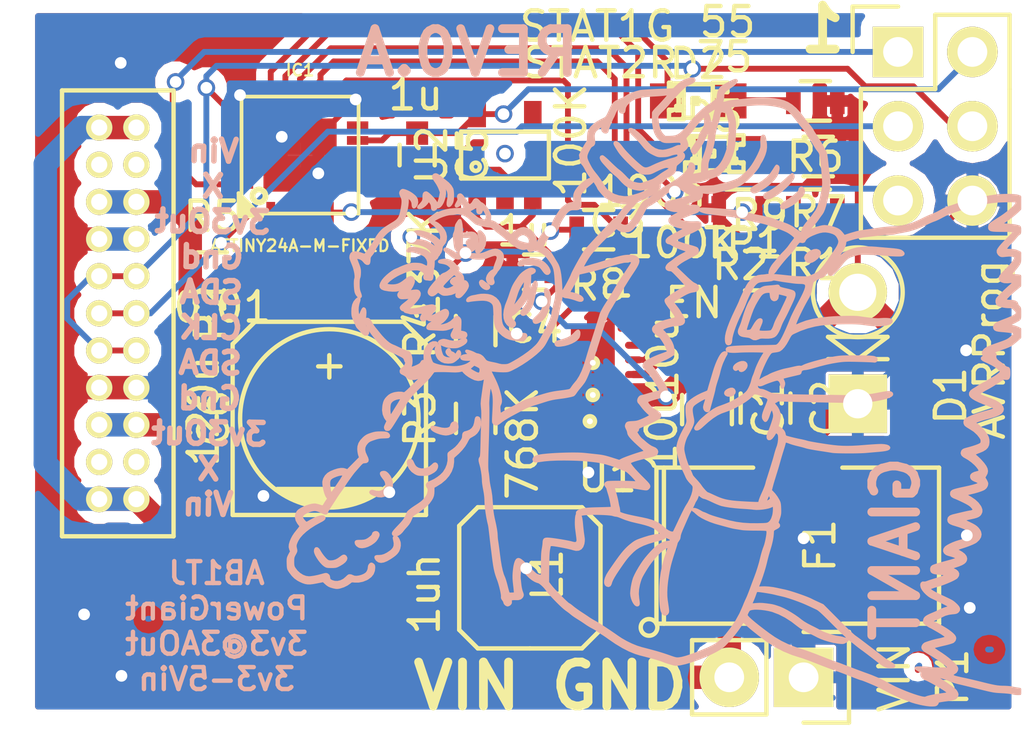
<source format=kicad_pcb>
(kicad_pcb (version 4) (host pcbnew "(after 2015-may-01 BZR unknown)-product")
  (layers (0 F.Cu signal) (31 B.Cu signal) (34 B.Paste user) (35 F.Paste user hide) (36 B.SilkS user) (37 F.SilkS user hide) (38 B.Mask user) (39 F.Mask user) (44 Edge.Cuts user))
  (net 0 "")
  (net 1 /Vin)
  (net 2 GND)
  (net 3 "Net-(C3-Pad1)")
  (net 4 "Net-(C5-Pad1)")
  (net 5 +3.3V)
  (net 6 "Net-(D2-Pad2)")
  (net 7 "Net-(D2-Pad1)")
  (net 8 "Net-(D3-Pad2)")
  (net 9 "Net-(D3-Pad1)")
  (net 10 /CLK)
  (net 11 /ISense)
  (net 12 /VSense)
  (net 13 /Enable)
  (net 14 "Net-(IC1-Pad13)")
  (net 15 /SDA)
  (net 16 "Net-(IC1-Pad20)")
  (net 17 "Net-(R3-Pad2)")
  (net 18 /PSave)
  (net 19 "Net-(L1-Pad1)")
  (net 20 "Net-(L1-Pad2)")
  (net 21 /BattIn)
  (net 22 "Net-(IC1-Pad2)")
  (net 23 /ISenceHi)
  (net 24 "Net-(P2-Pad19)")
  (net 25 "Net-(P2-Pad3)")
  (net 26 "Net-(P2-Pad4)")
  (net 27 "Net-(P2-Pad20)")
  (net 28 "Net-(U1-Pad14)")
  (module hardwareRev1:1.27mmPitchHeader11X2 (layer F.Cu) (at 105.41 106.68)
    (fp_text reference P2 (at 2.54 -1.27 90) (layer F.SilkS))
    (fp_text value CONN_11X2)
    (pad 21 thru_hole circle (at -1.27 5.08) (size 0.9 0.9) (drill 0.55) (layers *.Cu *.Mask F.SilkS) (net 21 /BattIn))
    (pad 19 thru_hole circle (at -1.27 3.81) (size 0.9 0.9) (drill 0.55) (layers *.Cu *.Mask F.SilkS) (net 24 "Net-(P2-Pad19)"))
    (pad 17 thru_hole circle (at -1.27 2.54) (size 0.9 0.9) (drill 0.55) (layers *.Cu *.Mask F.SilkS) (net 5 +3.3V))
    (pad 15 thru_hole circle (at -1.27 1.27) (size 0.9 0.9) (drill 0.55) (layers *.Cu *.Mask F.SilkS) (net 2 GND))
    (pad 13 thru_hole circle (at -1.27 0) (size 0.9 0.9) (drill 0.55) (layers *.Cu *.Mask F.SilkS) (net 15 /SDA))
    (pad 11 thru_hole circle (at -1.27 -1.27) (size 0.9 0.9) (drill 0.55) (layers *.Cu *.Mask F.SilkS) (net 10 /CLK))
    (pad 9 thru_hole circle (at -1.27 -2.54) (size 0.9 0.9) (drill 0.55) (layers *.Cu *.Mask F.SilkS) (net 15 /SDA))
    (pad 7 thru_hole circle (at -1.27 -3.81) (size 0.9 0.9) (drill 0.55) (layers *.Cu *.Mask F.SilkS) (net 2 GND))
    (pad 5 thru_hole circle (at -1.27 -5.08) (size 0.9 0.9) (drill 0.55) (layers *.Cu *.Mask F.SilkS) (net 5 +3.3V))
    (pad 3 thru_hole circle (at -1.27 -6.35) (size 0.9 0.9) (drill 0.55) (layers *.Cu *.Mask F.SilkS) (net 25 "Net-(P2-Pad3)"))
    (pad 1 thru_hole circle (at -1.27 -7.62) (size 0.9 0.9) (drill 0.55) (layers *.Cu *.Mask F.SilkS) (net 21 /BattIn))
    (pad 2 thru_hole circle (at 0 -7.62) (size 0.9 0.9) (drill 0.55) (layers *.Cu *.Mask F.SilkS) (net 21 /BattIn))
    (pad 4 thru_hole circle (at 0 -6.35) (size 0.9 0.9) (drill 0.55) (layers *.Cu *.Mask F.SilkS) (net 26 "Net-(P2-Pad4)"))
    (pad 6 thru_hole circle (at 0 -5.08) (size 0.9 0.9) (drill 0.55) (layers *.Cu *.Mask F.SilkS) (net 5 +3.3V))
    (pad 8 thru_hole circle (at 0 -3.81) (size 0.9 0.9) (drill 0.55) (layers *.Cu *.Mask F.SilkS) (net 2 GND))
    (pad 10 thru_hole circle (at 0 -2.54) (size 0.9 0.9) (drill 0.55) (layers *.Cu *.Mask F.SilkS) (net 15 /SDA))
    (pad 12 thru_hole circle (at 0 -1.27) (size 0.9 0.9) (drill 0.55) (layers *.Cu *.Mask F.SilkS) (net 10 /CLK))
    (pad 14 thru_hole circle (at 0 0) (size 0.9 0.9) (drill 0.55) (layers *.Cu *.Mask F.SilkS) (net 15 /SDA))
    (pad 16 thru_hole circle (at 0 1.27) (size 0.9 0.9) (drill 0.55) (layers *.Cu *.Mask F.SilkS) (net 2 GND))
    (pad 18 thru_hole circle (at 0 2.54) (size 0.9 0.9) (drill 0.55) (layers *.Cu *.Mask F.SilkS) (net 5 +3.3V))
    (pad 20 thru_hole circle (at 0 3.81) (size 0.9 0.9) (drill 0.55) (layers *.Cu *.Mask F.SilkS) (net 27 "Net-(P2-Pad20)"))
    (pad 22 thru_hole circle (at 0 5.08) (size 0.9 0.9) (drill 0.55) (layers *.Cu *.Mask F.SilkS) (net 21 /BattIn))
  )
  (module Capacitors_SMD:C_0603 (layer F.Cu) (at 121.85 104.2)
    (fp_text reference C3 (at 0 -1.9) (layer F.SilkS))
    (fp_text value 100n (at 1.15 -2.95) (layer F.SilkS))
    (pad 1 smd rect (at -0.75 0) (size 0.8 0.75) (layers F.Cu F.Paste F.Mask) (net 3 "Net-(C3-Pad1)"))
    (pad 2 smd rect (at 0.75 0) (size 0.8 0.75) (layers F.Cu F.Paste F.Mask) (net 2 GND))
  )
  (module Capacitors_SMD:C_0603 (layer F.Cu) (at 119 104 180)
    (fp_text reference C4 (at 0 -1.9 180) (layer F.SilkS))
    (fp_text value 1u (at 0.35 1.4 180) (layer F.SilkS))
    (pad 1 smd rect (at -0.75 0 180) (size 0.8 0.75) (layers F.Cu F.Paste F.Mask) (net 1 /Vin))
    (pad 2 smd rect (at 0.75 0 180) (size 0.8 0.75) (layers F.Cu F.Paste F.Mask) (net 2 GND))
  )
  (module Capacitors_SMD:C_0603 (layer F.Cu) (at 115 100 270)
    (fp_text reference C5 (at 0 -1.9 270) (layer F.SilkS))
    (fp_text value 1u (at -2.05 0.05 360) (layer F.SilkS))
    (pad 1 smd rect (at -0.75 0 270) (size 0.8 0.75) (layers F.Cu F.Paste F.Mask) (net 4 "Net-(C5-Pad1)"))
    (pad 2 smd rect (at 0.75 0 270) (size 0.8 0.75) (layers F.Cu F.Paste F.Mask) (net 2 GND))
  )
  (module Capacitors_SMD:c_elec_6.3x7.7 (layer F.Cu) (at 112 109 90)
    (fp_text reference C6 (at 0 -3.937 90) (layer F.SilkS))
    (fp_text value 120u (at 0.25 -4.3 90) (layer F.SilkS))
    (pad 1 smd rect (at 2.75082 0 90) (size 3.59918 1.6002) (layers F.Cu F.Paste F.Mask) (net 5 +3.3V))
    (pad 2 smd rect (at -2.75082 0 90) (size 3.59918 1.6002) (layers F.Cu F.Paste F.Mask) (net 2 GND))
  )
  (module LEDs:LED-0805 (layer F.Cu) (at 124.6 98.15)
    (fp_text reference D2 (at 0 -1.27) (layer F.SilkS))
    (fp_text value STAT1G (at -3.45 -2.55) (layer F.SilkS))
    (pad 2 smd rect (at 1.04902 0 180) (size 1.19888 1.19888) (layers F.Cu F.Paste F.Mask) (net 6 "Net-(D2-Pad2)"))
    (pad 1 smd rect (at -1.04902 0 180) (size 1.19888 1.19888) (layers F.Cu F.Paste F.Mask) (net 7 "Net-(D2-Pad1)"))
  )
  (module LEDs:LED-0805 (layer F.Cu) (at 125.15 99.95)
    (fp_text reference D3 (at 0 -1.27) (layer F.SilkS))
    (fp_text value STAT2R (at -3.9 -3.1) (layer F.SilkS))
    (pad 2 smd rect (at 1.04902 0 180) (size 1.19888 1.19888) (layers F.Cu F.Paste F.Mask) (net 8 "Net-(D3-Pad2)"))
    (pad 1 smd rect (at -1.04902 0 180) (size 1.19888 1.19888) (layers F.Cu F.Paste F.Mask) (net 9 "Net-(D3-Pad1)"))
  )
  (module SMD_Packages:SMD-2112_Pol (layer F.Cu) (at 128 113.35)
    (fp_text reference F1 (at 0.762 0 90) (layer F.SilkS))
    (fp_text value FUSE)
    (pad 2 smd rect (at 3.175 0) (size 2.794 4.826) (layers F.Cu F.Paste F.Mask) (net 1 /Vin))
    (pad 1 smd rect (at -3.175 0) (size 2.794 4.826) (layers F.Cu F.Paste F.Mask) (net 21 /BattIn))
  )
  (module Inductors:SELF-WE-TPC_M (layer F.Cu) (at 118.85 114.45 180)
    (fp_text reference L1 (at -0.59944 0.09906 270) (layer F.SilkS))
    (fp_text value 1uh (at 3.6 -0.55 270) (layer F.SilkS))
    (pad 1 smd rect (at -2.159 0 180) (size 1.50114 5.30098) (layers F.Cu F.Paste F.Mask) (net 19 "Net-(L1-Pad1)"))
    (pad 2 smd rect (at 2.159 0 180) (size 1.50114 5.30098) (layers F.Cu F.Paste F.Mask) (net 20 "Net-(L1-Pad2)"))
  )
  (module Pin_Headers:Pin_Header_Straight_1x02 (layer F.Cu) (at 128.2 117.85 270)
    (fp_text reference P1 (at 0 -5.1 270) (layer F.SilkS))
    (fp_text value VIN (at 0 -3.1 270) (layer F.SilkS))
    (pad 1 thru_hole rect (at 0 0 270) (size 2.032 2.032) (drill 1.016) (layers *.Cu *.Mask F.SilkS) (net 2 GND))
    (pad 2 thru_hole oval (at 0 2.54 270) (size 2.032 2.032) (drill 1.016) (layers *.Cu *.Mask F.SilkS) (net 21 /BattIn))
  )
  (module Pin_Headers:Pin_Header_Straight_2x03 (layer F.Cu) (at 131.425 96.475)
    (fp_text reference P3 (at 0 -5.1) (layer F.SilkS))
    (fp_text value AVRProg (at 3.125 10.175 270) (layer F.SilkS))
    (pad 1 thru_hole rect (at 0 0) (size 1.7272 1.7272) (drill 1.016) (layers *.Cu *.Mask F.SilkS) (net 16 "Net-(IC1-Pad20)"))
    (pad 2 thru_hole oval (at 2.54 0) (size 1.7272 1.7272) (drill 1.016) (layers *.Cu *.Mask F.SilkS) (net 4 "Net-(C5-Pad1)"))
    (pad 3 thru_hole oval (at 0 2.54) (size 1.7272 1.7272) (drill 1.016) (layers *.Cu *.Mask F.SilkS) (net 10 /CLK))
    (pad 4 thru_hole oval (at 2.54 2.54) (size 1.7272 1.7272) (drill 1.016) (layers *.Cu *.Mask F.SilkS) (net 15 /SDA))
    (pad 5 thru_hole oval (at 0 5.08) (size 1.7272 1.7272) (drill 1.016) (layers *.Cu *.Mask F.SilkS) (net 14 "Net-(IC1-Pad13)"))
    (pad 6 thru_hole oval (at 2.54 5.08) (size 1.7272 1.7272) (drill 1.016) (layers *.Cu *.Mask F.SilkS) (net 2 GND))
  )
  (module Resistors_SMD:R_0603 (layer F.Cu) (at 128.6 101.85 180)
    (fp_text reference R1 (at 0 -1.9 180) (layer F.SilkS))
    (fp_text value R)
    (pad 1 smd rect (at -0.75 0 180) (size 0.5 0.9) (layers F.Cu F.Paste F.Mask) (net 1 /Vin))
    (pad 2 smd rect (at 0.75 0 180) (size 0.5 0.9) (layers F.Cu F.Paste F.Mask) (net 12 /VSense))
  )
  (module Resistors_SMD:R_0603 (layer F.Cu) (at 126.05 101.85 180)
    (fp_text reference R2 (at 0 -1.9 180) (layer F.SilkS))
    (fp_text value R)
    (pad 1 smd rect (at -0.75 0 180) (size 0.5 0.9) (layers F.Cu F.Paste F.Mask) (net 12 /VSense))
    (pad 2 smd rect (at 0.75 0 180) (size 0.5 0.9) (layers F.Cu F.Paste F.Mask) (net 2 GND))
  )
  (module Resistors_SMD:R_0603 (layer F.Cu) (at 117 109 90)
    (fp_text reference R3 (at 0 -1.9 90) (layer F.SilkS))
    (fp_text value 768K (at -0.85 1.6 90) (layer F.SilkS))
    (pad 1 smd rect (at -0.75 0 90) (size 0.5 0.9) (layers F.Cu F.Paste F.Mask) (net 11 /ISense))
    (pad 2 smd rect (at 0.75 0 90) (size 0.5 0.9) (layers F.Cu F.Paste F.Mask) (net 17 "Net-(R3-Pad2)"))
  )
  (module Resistors_SMD:R_0603 (layer F.Cu) (at 117 106 90)
    (fp_text reference R4 (at 0 -1.9 90) (layer F.SilkS))
    (fp_text value 137K (at 2.25 -1.75 90) (layer F.SilkS))
    (pad 1 smd rect (at -0.75 0 90) (size 0.5 0.9) (layers F.Cu F.Paste F.Mask) (net 17 "Net-(R3-Pad2)"))
    (pad 2 smd rect (at 0.75 0 90) (size 0.5 0.9) (layers F.Cu F.Paste F.Mask) (net 2 GND))
  )
  (module Resistors_SMD:R_0603 (layer F.Cu) (at 108 104)
    (fp_text reference R5 (at 0 -1.9) (layer F.SilkS))
    (fp_text value 0.01 (at 0.35 1.2) (layer F.SilkS))
    (pad 1 smd rect (at -0.75 0) (size 0.5 0.9) (layers F.Cu F.Paste F.Mask) (net 5 +3.3V))
    (pad 2 smd rect (at 0.75 0) (size 0.5 0.9) (layers F.Cu F.Paste F.Mask) (net 11 /ISense))
  )
  (module Resistors_SMD:R_0603 (layer F.Cu) (at 128.6 98.15 180)
    (fp_text reference R6 (at 0 -1.9 180) (layer F.SilkS))
    (fp_text value 55 (at 3 2.7 180) (layer F.SilkS))
    (pad 1 smd rect (at -0.75 0 180) (size 0.5 0.9) (layers F.Cu F.Paste F.Mask) (net 2 GND))
    (pad 2 smd rect (at 0.75 0 180) (size 0.5 0.9) (layers F.Cu F.Paste F.Mask) (net 6 "Net-(D2-Pad2)"))
  )
  (module Resistors_SMD:R_0603 (layer F.Cu) (at 128.7 100.05 180)
    (fp_text reference R7 (at 0 -1.9 180) (layer F.SilkS))
    (fp_text value 75 (at 3.2 3.4 180) (layer F.SilkS))
    (pad 1 smd rect (at -0.75 0 180) (size 0.5 0.9) (layers F.Cu F.Paste F.Mask) (net 2 GND))
    (pad 2 smd rect (at 0.75 0 180) (size 0.5 0.9) (layers F.Cu F.Paste F.Mask) (net 8 "Net-(D3-Pad2)"))
  )
  (module SMD:SOT-23-5 (layer F.Cu) (at 118 100 180)
    (fp_text reference U2 (at 2.5 0 270) (layer F.SilkS))
    (fp_text value NCP508 hide)
    (pad 4 smd rect (at -0.95 1.4 180) (size 0.6 0.9) (layers F.Cu F.Paste F.Mask))
    (pad 2 smd rect (at 0 -1.4 180) (size 0.6 0.9) (layers F.Cu F.Paste F.Mask) (net 2 GND))
    (pad 5 smd rect (at 0.95 1.4 180) (size 0.6 0.9) (layers F.Cu F.Paste F.Mask) (net 4 "Net-(C5-Pad1)"))
    (pad 3 smd rect (at -0.95 -1.4 180) (size 0.6 0.9) (layers F.Cu F.Paste F.Mask) (net 1 /Vin))
    (pad 1 smd rect (at 0.95 -1.4 180) (size 0.6 0.9) (layers F.Cu F.Paste F.Mask) (net 1 /Vin))
  )
  (module w_smd_qfn:qfn-20 (layer F.Cu) (at 111 100)
    (fp_text reference IC1 (at 0 -2.90068) (layer F.SilkS) (effects (font (size 0.39878 0.39878) (thickness 0.07874))))
    (fp_text value ATTINY24A-M-FIXED (at 0 3.0988) (layer F.SilkS) (effects (font (size 0.39878 0.39878) (thickness 0.07874))))
    (pad 1 smd rect (at -1.00076 1.96596) (size 0.29972 0.72898) (layers F.Cu F.Paste F.Mask) (net 10 /CLK))
    (pad 2 smd rect (at -0.50038 1.96596) (size 0.29972 0.72898) (layers F.Cu F.Paste F.Mask) (net 22 "Net-(IC1-Pad2)"))
    (pad 3 smd rect (at 0 1.96596) (size 0.29972 0.72898) (layers F.Cu F.Paste F.Mask) (net 23 /ISenceHi))
    (pad 4 smd rect (at 0.50038 1.96596) (size 0.29972 0.72898) (layers F.Cu F.Paste F.Mask) (net 11 /ISense))
    (pad 6 smd rect (at 1.96596 1.00076) (size 0.72898 0.29972) (layers F.Cu F.Paste F.Mask))
    (pad 7 smd rect (at 1.96596 0.50038) (size 0.72898 0.29972) (layers F.Cu F.Paste F.Mask))
    (pad 8 smd rect (at 1.96596 0) (size 0.72898 0.29972) (layers F.Cu F.Paste F.Mask) (net 2 GND))
    (pad 9 smd rect (at 1.96596 -0.50038) (size 0.72898 0.29972) (layers F.Cu F.Paste F.Mask) (net 4 "Net-(C5-Pad1)"))
    (pad 10 smd rect (at 1.96596 -1.00076) (size 0.72898 0.29972) (layers F.Cu F.Paste F.Mask))
    (pad 21 smd rect (at 0.62484 0.62484) (size 1.24968 1.24968) (layers F.Cu F.Paste F.Mask) (net 2 GND))
    (pad 21 smd rect (at -0.62484 0.62484) (size 1.24968 1.24968) (layers F.Cu F.Paste F.Mask) (net 2 GND))
    (pad 21 smd rect (at -0.62484 -0.62484) (size 1.24968 1.24968) (layers F.Cu F.Paste F.Mask) (net 2 GND))
    (pad 21 smd rect (at 0.62484 -0.62484) (size 1.24968 1.24968) (layers F.Cu F.Paste F.Mask) (net 2 GND))
    (pad 11 smd rect (at 1.00076 -1.96596) (size 0.29972 0.72898) (layers F.Cu F.Paste F.Mask) (net 18 /PSave))
    (pad 12 smd rect (at 0.50038 -1.96596) (size 0.29972 0.72898) (layers F.Cu F.Paste F.Mask) (net 13 /Enable))
    (pad 13 smd rect (at 0 -1.96596) (size 0.29972 0.72898) (layers F.Cu F.Paste F.Mask) (net 14 "Net-(IC1-Pad13)"))
    (pad 14 smd rect (at -0.50038 -1.96596) (size 0.29972 0.72898) (layers F.Cu F.Paste F.Mask) (net 9 "Net-(D3-Pad1)"))
    (pad 15 smd rect (at -1.00076 -1.96596) (size 0.29972 0.72898) (layers F.Cu F.Paste F.Mask) (net 7 "Net-(D2-Pad1)"))
    (pad 16 smd rect (at -1.96596 -1.00076) (size 0.72898 0.29972) (layers F.Cu F.Paste F.Mask) (net 15 /SDA))
    (pad 17 smd rect (at -1.96596 -0.50038) (size 0.72898 0.29972) (layers F.Cu F.Paste F.Mask))
    (pad 18 smd rect (at -1.96596 0) (size 0.72898 0.29972) (layers F.Cu F.Paste F.Mask))
    (pad 19 smd rect (at -1.96596 0.50038) (size 0.72898 0.29972) (layers F.Cu F.Paste F.Mask))
    (pad 20 smd rect (at -1.96596 1.00076) (size 0.72898 0.29972) (layers F.Cu F.Paste F.Mask) (net 16 "Net-(IC1-Pad20)"))
    (pad 5 smd rect (at 1.00076 1.96596) (size 0.29972 0.72898) (layers F.Cu F.Paste F.Mask) (net 12 /VSense))
  )
  (module hardwareRev1:TPS63020 (layer F.Cu) (at 121 108)
    (fp_text reference U1 (at 0.5 3) (layer F.SilkS))
    (fp_text value TPS63020 hide)
    (pad PAD thru_hole circle (at -0.1 1.1) (size 0.5 0.5) (drill 0.2) (layers *.Cu *.Mask F.SilkS) (net 2 GND))
    (pad PAD thru_hole circle (at 0 0.2) (size 0.5 0.5) (drill 0.2) (layers *.Cu *.Mask F.SilkS) (net 2 GND))
    (pad PAD thru_hole circle (at 0 -0.9) (size 0.5 0.5) (drill 0.2) (layers *.Cu *.Mask F.SilkS) (net 2 GND))
    (pad 8 smd oval (at 1.4 1.5) (size 0.6 0.24) (layers F.Cu F.Paste F.Mask) (net 19 "Net-(L1-Pad1)"))
    (pad 9 smd oval (at 1.4 1) (size 0.6 0.24) (layers F.Cu F.Paste F.Mask) (net 19 "Net-(L1-Pad1)"))
    (pad 10 smd oval (at 1.4 0.5) (size 0.6 0.24) (layers F.Cu F.Paste F.Mask) (net 1 /Vin))
    (pad 12 smd oval (at 1.4 -0.5) (size 0.6 0.24) (layers F.Cu F.Paste F.Mask) (net 13 /Enable))
    (pad 11 smd oval (at 1.4 0) (size 0.6 0.24) (layers F.Cu F.Paste F.Mask) (net 1 /Vin))
    (pad 13 smd oval (at 1.4 -1) (size 0.6 0.24) (layers F.Cu F.Paste F.Mask) (net 18 /PSave))
    (pad 14 smd oval (at 1.4 -1.5) (size 0.6 0.24) (layers F.Cu F.Paste F.Mask) (net 28 "Net-(U1-Pad14)"))
    (pad 1 smd oval (at -1.4 -1.5) (size 0.6 0.24) (layers F.Cu F.Paste F.Mask) (net 3 "Net-(C3-Pad1)"))
    (pad 2 smd oval (at -1.4 -1) (size 0.6 0.24) (layers F.Cu F.Paste F.Mask) (net 2 GND))
    (pad 4 smd oval (at -1.4 0) (size 0.6 0.24) (layers F.Cu F.Paste F.Mask) (net 11 /ISense))
    (pad 3 smd oval (at -1.4 -0.5) (size 0.6 0.24) (layers F.Cu F.Paste F.Mask) (net 17 "Net-(R3-Pad2)"))
    (pad 5 smd oval (at -1.4 0.5) (size 0.6 0.24) (layers F.Cu F.Paste F.Mask) (net 11 /ISense))
    (pad 6 smd oval (at -1.4 1) (size 0.6 0.24) (layers F.Cu F.Paste F.Mask) (net 20 "Net-(L1-Pad2)"))
    (pad 7 smd oval (at -1.4 1.5) (size 0.6 0.24) (layers F.Cu F.Paste F.Mask) (net 20 "Net-(L1-Pad2)"))
    (pad PAD smd rect (at 0 0) (size 1.5 4.5) (layers F.Cu F.Paste F.Mask) (net 2 GND))
  )
  (module Measurement_Points:Measurement_Point_Round-SMD-Pad_Small (layer F.Cu) (at 126.15 105.55)
    (fp_text reference TP1 (at 0 -2.54) (layer F.SilkS))
    (fp_text value EN (at -1.7 -0.5) (layer F.SilkS))
    (pad 1 smd circle (at 0 0) (size 1.524 1.524) (layers F.Cu F.Paste F.Mask) (net 13 /Enable))
  )
  (module Diodes_ThroughHole:Diode_DO-41_SOD81_Vertical_KathodeUp (layer F.Cu) (at 130.05 108.5 90)
    (fp_text reference D1 (at 0.27178 3.175 90) (layer F.SilkS))
    (fp_text value DIODE)
    (pad 2 thru_hole circle (at 3.81 0 270) (size 1.99898 1.99898) (drill 1.27) (layers *.Cu *.Mask F.SilkS) (net 1 /Vin))
    (pad 1 thru_hole rect (at 0 0 270) (size 1.99898 1.99898) (drill 1.00076) (layers *.Cu *.Mask F.SilkS) (net 2 GND))
  )
  (module Resistors_SMD:R_0603 (layer F.Cu) (at 121.2 102.55 180)
    (fp_text reference R8 (at 0 -1.9 180) (layer F.SilkS))
    (fp_text value 100K (at 0.95 3.05 270) (layer F.SilkS))
    (pad 1 smd rect (at -0.75 0 180) (size 0.5 0.9) (layers F.Cu F.Paste F.Mask) (net 18 /PSave))
    (pad 2 smd rect (at 0.75 0 180) (size 0.5 0.9) (layers F.Cu F.Paste F.Mask) (net 11 /ISense))
  )
  (module Resistors_SMD:R_0603 (layer F.Cu) (at 126.7 103.95)
    (fp_text reference R9 (at 0 -1.9) (layer F.SilkS))
    (fp_text value 100K (at -2.65 -0.95) (layer F.SilkS))
    (pad 1 smd rect (at -0.75 0) (size 0.5 0.9) (layers F.Cu F.Paste F.Mask) (net 13 /Enable))
    (pad 2 smd rect (at 0.75 0) (size 0.5 0.9) (layers F.Cu F.Paste F.Mask) (net 2 GND))
  )
  (module Capacitors_SMD:C_0805 (layer F.Cu) (at 124.9 108.7 270)
    (fp_text reference C1 (at 0 -2.1 270) (layer F.SilkS))
    (fp_text value 10u (at 0.7 1.55 270) (layer F.SilkS))
    (pad 1 smd rect (at -1 0 270) (size 1 1.25) (layers F.Cu F.Paste F.Mask) (net 1 /Vin))
    (pad 2 smd rect (at 1 0 270) (size 1 1.25) (layers F.Cu F.Paste F.Mask) (net 2 GND))
  )
  (module Capacitors_SMD:C_0805 (layer F.Cu) (at 126.9 108.65 270)
    (fp_text reference C2 (at 0 -2.1 270) (layer F.SilkS))
    (fp_text value 10u (at -1.75 3.5 270) (layer F.SilkS))
    (pad 1 smd rect (at -1 0 270) (size 1 1.25) (layers F.Cu F.Paste F.Mask) (net 1 /Vin))
    (pad 2 smd rect (at 1 0 270) (size 1 1.25) (layers F.Cu F.Paste F.Mask) (net 2 GND))
  )
  (module hardwareRev1:giant (layer B.Cu) (at 122.85 108.3 270)
    (fp_text reference G*** hide)
    (fp_text value LOGO hide)
  )
  (gr_text REV0.A (at 116.7 96.5) (layer B.SilkS) (effects (font (size 1.5 1.5) (thickness 0.3)) (justify mirror)))
  (gr_text "AB1TJ\nPowerGiant\n3v3@3AOut\n3v3-5Vin" (at 108.15 116.1) (layer B.SilkS) (effects (font (size 0.75 0.75)) (justify mirror)))
  (gr_text 1 (at 128.85 95.7) (layer F.SilkS) (effects (font (size 1.5 1.5) (thickness 0.3)) (justify mirror)))
  (gr_text "VIN GND" (at 119.55 118.15) (layer F.SilkS) (effects (font (size 1.5 1.5) (thickness 0.3))))
  (gr_text GIANT (at 131.35 113.45 90) (layer B.SilkS) (effects (font (size 1.5 1.5) (thickness 0.3)) (justify mirror)))
  (gr_text "Vin\nX\n3v3Out\nGnd\nSDA\nCLK\nSDA\nGnd\n3v3Out\nX\nVin" (at 107.95 105.9 359.1) (layer B.SilkS) (effects (font (size 0.75 0.75) (thickness 0.1875)) (justify mirror)))
  (segment (start 132.1 117.6) (end 132.1 117.5) (width 0.2) (layer F.Cu) (net 0))
  (segment (start 132.1 117.5) (end 132.15 117.45) (width 0.2) (layer B.Cu) (net 0))
  (segment (start 128.4 103.25) (end 128.35 103.3) (width 0.2) (layer F.Cu) (net 0))
  (via (at 114.8 102.8) (size 0.6) (layers F.Cu B.Cu) (net 0))
  (segment (start 134.6 116.9) (end 134.5 116.9) (width 0.2) (layer B.Cu) (net 0))
  (segment (start 133.7 110.3) (end 133.75 110.3) (width 0.2) (layer F.Cu) (net 0))
  (segment (start 119.1 112.35) (end 119.05 112.4) (width 0.2) (layer F.Cu) (net 0))
  (segment (start 105.8 115.85) (end 105.85 115.85) (width 0.2) (layer B.Cu) (net 0))
  (via (at 118 99.95) (size 0.6) (layers F.Cu B.Cu) (net 0))
  (segment (start 104.8 96.925) (end 104.875 96.85) (width 0.8) (layer F.Cu) (net 0))
  (via (at 104.875 96.85) (size 0.6) (layers F.Cu B.Cu) (net 0))
  (segment (start 104.875 96.85) (end 104.4 97.325) (width 0.8) (layer B.Cu) (net 0))
  (segment (start 104.4 97.325) (end 104.175 97.325) (width 0.8) (layer B.Cu) (net 0))
  (segment (start 104.8 97.1) (end 104.8 96.925) (width 0.8) (layer F.Cu) (net 0))
  (segment (start 103.275 115.35) (end 103.625 115.7) (width 0.8) (layer B.Cu) (net 0))
  (via (at 103.625 115.7) (size 0.6) (layers F.Cu B.Cu) (net 0))
  (segment (start 103.625 115.7) (end 103.825 115.9) (width 0.8) (layer F.Cu) (net 0))
  (segment (start 103.825 115.9) (end 103.825 116.55) (width 0.8) (layer F.Cu) (net 0))
  (segment (start 103.275 114.375) (end 103.275 115.35) (width 0.8) (layer B.Cu) (net 0))
  (segment (start 105.475 117.225) (end 104.9 117.8) (width 0.8) (layer F.Cu) (net 0))
  (via (at 104.9 117.8) (size 0.6) (layers F.Cu B.Cu) (net 0))
  (segment (start 105.6 117.225) (end 105.475 117.225) (width 0.8) (layer F.Cu) (net 0))
  (segment (start 118.525 114.325) (end 118.725 114.125) (width 0.8) (layer F.Cu) (net 0))
  (via (at 118.725 114.125) (size 0.6) (layers F.Cu B.Cu) (net 0))
  (segment (start 118.525 114.775) (end 118.525 114.325) (width 0.8) (layer F.Cu) (net 0))
  (segment (start 133.825 115.525) (end 133.875 115.475) (width 0.8) (layer B.Cu) (net 0))
  (via (at 133.875 115.475) (size 0.6) (layers F.Cu B.Cu) (net 0))
  (segment (start 133.825 116.1) (end 133.825 115.525) (width 0.8) (layer B.Cu) (net 0))
  (via (at 133.775 113) (size 0.6) (layers F.Cu B.Cu) (net 0))
  (segment (start 133.775 113.65) (end 133.775 113) (width 0.8) (layer F.Cu) (net 0))
  (segment (start 133.85 106.775) (end 133.75 106.675) (width 0.8) (layer B.Cu) (net 0))
  (via (at 133.75 106.675) (size 0.6) (layers F.Cu B.Cu) (net 0))
  (segment (start 133.75 106.675) (end 133.725 106.65) (width 0.8) (layer F.Cu) (net 0))
  (segment (start 133.725 106.65) (end 133.725 106.575) (width 0.8) (layer F.Cu) (net 0))
  (segment (start 133.85 107.8) (end 133.85 106.775) (width 0.8) (layer B.Cu) (net 0))
  (via (at 119.25 105) (size 0.6) (layers F.Cu B.Cu) (net 1))
  (segment (start 119.25 105) (end 120.1 105.85) (width 0.2) (layer B.Cu) (net 1))
  (segment (start 120.1 105.85) (end 121.1 105.85) (width 0.2) (layer B.Cu) (net 1))
  (segment (start 121.1 105.85) (end 123.5 108.25) (width 0.2) (layer B.Cu) (net 1))
  (via (at 123.5 108.25) (size 0.6) (layers F.Cu B.Cu) (net 1))
  (segment (start 119.75 104) (end 119.75 104.5) (width 0.2) (layer F.Cu) (net 1))
  (segment (start 119.75 104.5) (end 119.25 105) (width 0.2) (layer F.Cu) (net 1))
  (segment (start 123.5 108.25) (end 123.5 108.2) (width 0.2) (layer F.Cu) (net 1))
  (segment (start 123.5 108.2) (end 123.5 108.25) (width 0.2) (layer F.Cu) (net 1))
  (segment (start 123.5 108.25) (end 123.5 108.2) (width 0.2) (layer F.Cu) (net 1))
  (segment (start 119.75 104) (end 119.75 103.6) (width 0.2) (layer F.Cu) (net 1))
  (segment (start 119.75 103.6) (end 118.575 102.425) (width 0.2) (layer F.Cu) (net 1))
  (segment (start 117.05 101.4) (end 117.05 102.15) (width 0.2) (layer F.Cu) (net 1))
  (segment (start 118.95 102.05) (end 118.95 101.4) (width 0.2) (layer F.Cu) (net 1))
  (segment (start 118.55 102.45) (end 118.575 102.425) (width 0.2) (layer F.Cu) (net 1))
  (segment (start 118.575 102.425) (end 118.95 102.05) (width 0.2) (layer F.Cu) (net 1))
  (segment (start 117.35 102.45) (end 118.55 102.45) (width 0.2) (layer F.Cu) (net 1))
  (segment (start 117.05 102.15) (end 117.35 102.45) (width 0.2) (layer F.Cu) (net 1))
  (segment (start 122.4 108.2) (end 123.5 108.2) (width 0.8) (layer F.Cu) (net 1))
  (segment (start 122.4 108) (end 122.4 108.2) (width 0.2) (layer F.Cu) (net 1))
  (segment (start 122.4 108.2) (end 122.4 108.5) (width 0.2) (layer F.Cu) (net 1))
  (segment (start 131.175 110.725) (end 131.95 109.95) (width 0.8) (layer F.Cu) (net 1))
  (segment (start 131.95 109.95) (end 131.95 106.59) (width 0.8) (layer F.Cu) (net 1))
  (segment (start 131.95 106.59) (end 130.05 104.69) (width 0.8) (layer F.Cu) (net 1))
  (segment (start 131.175 113.35) (end 131.175 110.725) (width 0.8) (layer F.Cu) (net 1))
  (segment (start 129.86 104.69) (end 126.9 107.65) (width 0.8) (layer F.Cu) (net 1))
  (segment (start 130.05 104.69) (end 129.86 104.69) (width 0.8) (layer F.Cu) (net 1))
  (segment (start 124.95 107.65) (end 124.9 107.7) (width 0.8) (layer F.Cu) (net 1))
  (segment (start 126.9 107.65) (end 124.95 107.65) (width 0.8) (layer F.Cu) (net 1))
  (segment (start 124.05 107.7) (end 123.5 108.25) (width 0.8) (layer F.Cu) (net 1))
  (segment (start 124.9 107.7) (end 124.05 107.7) (width 0.8) (layer F.Cu) (net 1))
  (segment (start 130.05 103.2) (end 129.35 102.5) (width 0.2) (layer F.Cu) (net 1))
  (segment (start 129.35 102.5) (end 129.35 101.85) (width 0.2) (layer F.Cu) (net 1))
  (segment (start 130.05 104.69) (end 130.05 103.2) (width 0.2) (layer F.Cu) (net 1))
  (segment (start 128.2 112.95) (end 128.2 113.1) (width 0.2) (layer F.Cu) (net 2))
  (via (at 128.2 113.1) (size 0.6) (layers F.Cu B.Cu) (net 2))
  (segment (start 120.9 109.1) (end 120.9 110.8) (width 0.8) (layer B.Cu) (net 2))
  (via (at 120.85 110.85) (size 0.6) (layers F.Cu B.Cu) (net 2))
  (segment (start 120.9 110.8) (end 120.85 110.85) (width 0.8) (layer B.Cu) (net 2))
  (via (at 111.62484 100.62484) (size 0.6) (layers F.Cu B.Cu) (net 2))
  (segment (start 106.45 108.35) (end 106.45 105.79968) (width 0.2) (layer B.Cu) (net 2))
  (segment (start 106.45 105.79968) (end 111.62484 100.62484) (width 0.2) (layer B.Cu) (net 2))
  (segment (start 110.37516 99.37516) (end 111.62484 99.37516) (width 0.2) (layer F.Cu) (net 2))
  (segment (start 110.37516 100.62484) (end 110.37516 99.37516) (width 0.2) (layer F.Cu) (net 2))
  (segment (start 111.62484 100.62484) (end 110.37516 100.62484) (width 0.2) (layer F.Cu) (net 2))
  (segment (start 112.96596 100) (end 112.24968 100) (width 0.2) (layer F.Cu) (net 2))
  (segment (start 112.24968 100) (end 111.62484 100.62484) (width 0.2) (layer F.Cu) (net 2))
  (segment (start 117 105.25) (end 117.55 105.25) (width 0.2) (layer F.Cu) (net 2))
  (segment (start 118.4 106.1) (end 119.3 107) (width 0.2) (layer F.Cu) (net 2))
  (segment (start 117.55 105.25) (end 118.4 106.1) (width 0.2) (layer F.Cu) (net 2))
  (segment (start 119.3 107) (end 119.6 107) (width 0.2) (layer F.Cu) (net 2))
  (segment (start 117 105.25) (end 118.25 104) (width 0.2) (layer F.Cu) (net 2))
  (segment (start 119.6 107) (end 120 107) (width 0.4) (layer F.Cu) (net 2))
  (segment (start 120 107) (end 121 108) (width 0.4) (layer F.Cu) (net 2))
  (segment (start 121 108) (end 121 108.2) (width 0.4) (layer F.Cu) (net 2))
  (segment (start 121.15 107.85) (end 121 108) (width 0.2) (layer F.Cu) (net 2))
  (segment (start 121 108) (end 121 108.2) (width 0.2) (layer F.Cu) (net 2))
  (segment (start 116.45 100.75) (end 116.4 100.75) (width 0.2) (layer F.Cu) (net 2))
  (segment (start 116.4 100.75) (end 116.15 100.5) (width 0.2) (layer F.Cu) (net 2))
  (segment (start 118.25 104) (end 116.4 102.15) (width 0.2) (layer F.Cu) (net 2))
  (segment (start 116.65 100.55) (end 116.65 100.5) (width 0.2) (layer F.Cu) (net 2))
  (segment (start 116.7 100.5) (end 116.65 100.55) (width 0.2) (layer F.Cu) (net 2))
  (segment (start 116.4 100.8) (end 116.45 100.75) (width 0.2) (layer F.Cu) (net 2))
  (segment (start 116.45 100.75) (end 116.7 100.5) (width 0.2) (layer F.Cu) (net 2))
  (segment (start 116.4 102.15) (end 116.4 100.8) (width 0.2) (layer F.Cu) (net 2))
  (segment (start 118 101.4) (end 118 100.7) (width 0.2) (layer F.Cu) (net 2))
  (segment (start 117 100.5) (end 116.65 100.5) (width 0.2) (layer F.Cu) (net 2))
  (segment (start 117.8 100.5) (end 117 100.5) (width 0.2) (layer F.Cu) (net 2))
  (segment (start 116.65 100.5) (end 116.15 100.5) (width 0.2) (layer F.Cu) (net 2))
  (segment (start 116.15 100.5) (end 115.25 100.5) (width 0.2) (layer F.Cu) (net 2))
  (segment (start 117.875 100.575) (end 117.8 100.5) (width 0.2) (layer F.Cu) (net 2))
  (segment (start 118 100.7) (end 117.875 100.575) (width 0.2) (layer F.Cu) (net 2))
  (segment (start 115.25 100.5) (end 115 100.75) (width 0.2) (layer F.Cu) (net 2))
  (segment (start 112.96596 100) (end 113.8 100) (width 0.2) (layer F.Cu) (net 2))
  (segment (start 114.55 100.75) (end 115 100.75) (width 0.2) (layer F.Cu) (net 2))
  (segment (start 113.8 100) (end 114.55 100.75) (width 0.2) (layer F.Cu) (net 2))
  (segment (start 102.35 107.15) (end 103.15 107.95) (width 0.8) (layer F.Cu) (net 2))
  (segment (start 102.35 103.45) (end 102.35 107.15) (width 0.8) (layer F.Cu) (net 2))
  (segment (start 102.93 102.87) (end 102.35 103.45) (width 0.8) (layer F.Cu) (net 2))
  (segment (start 104.14 102.87) (end 102.93 102.87) (width 0.8) (layer F.Cu) (net 2))
  (segment (start 103.15 107.95) (end 104.14 107.95) (width 0.8) (layer F.Cu) (net 2))
  (segment (start 105.41 107.95) (end 106.05 107.95) (width 0.8) (layer B.Cu) (net 2))
  (segment (start 106.05 107.95) (end 106.45 108.35) (width 0.8) (layer B.Cu) (net 2))
  (segment (start 106.45 108.35) (end 109.75 111.65) (width 0.8) (layer B.Cu) (net 2))
  (via (at 109.75 111.65) (size 0.6) (layers F.Cu B.Cu) (net 2))
  (segment (start 109.75 111.65) (end 109.85082 111.75082) (width 0.8) (layer F.Cu) (net 2))
  (segment (start 109.85082 111.75082) (end 112 111.75082) (width 0.8) (layer F.Cu) (net 2))
  (segment (start 129.35 99.95) (end 129.45 100.05) (width 0.2) (layer F.Cu) (net 2))
  (segment (start 129.35 99.1) (end 129.35 99.95) (width 0.2) (layer F.Cu) (net 2))
  (segment (start 129.35 98.15) (end 129.35 99.1) (width 0.2) (layer F.Cu) (net 2))
  (segment (start 121 108) (end 121 108.2) (width 0.2) (layer F.Cu) (net 2))
  (segment (start 121 106.3) (end 121 108) (width 0.2) (layer F.Cu) (net 2))
  (segment (start 122.6 104.7) (end 121 106.3) (width 0.2) (layer F.Cu) (net 2))
  (segment (start 122.6 104.2) (end 122.6 104.7) (width 0.2) (layer F.Cu) (net 2))
  (segment (start 110.4 99.35032) (end 110.37516 99.37516) (width 0.2) (layer B.Cu) (net 2))
  (segment (start 110.4 99.35) (end 110.4 99.35032) (width 0.2) (layer B.Cu) (net 2))
  (via (at 110.37516 99.37516) (size 0.6) (layers F.Cu B.Cu) (net 2))
  (segment (start 104.14 107.95) (end 105.41 107.95) (width 0.8) (layer F.Cu) (net 2))
  (segment (start 104.14 102.87) (end 105.41 102.87) (width 0.8) (layer B.Cu) (net 2))
  (segment (start 129.15 118.55) (end 129.2 118.55) (width 0.2) (layer B.Cu) (net 2))
  (segment (start 124.95 109.65) (end 124.9 109.7) (width 0.8) (layer F.Cu) (net 2))
  (segment (start 128.2 109.6) (end 128.15 109.65) (width 0.8) (layer F.Cu) (net 2))
  (segment (start 128.15 109.65) (end 124.95 109.65) (width 0.8) (layer F.Cu) (net 2))
  (segment (start 128.2 109.85) (end 128.2 109.6) (width 0.8) (layer F.Cu) (net 2))
  (segment (start 128.2 117.85) (end 128.2 112.95) (width 0.8) (layer F.Cu) (net 2))
  (segment (start 128.2 112.95) (end 128.2 109.85) (width 0.8) (layer F.Cu) (net 2))
  (segment (start 129.55 108.5) (end 128.2 109.85) (width 0.8) (layer F.Cu) (net 2))
  (segment (start 130.05 108.5) (end 129.55 108.5) (width 0.8) (layer F.Cu) (net 2))
  (segment (start 128.2 115.1) (end 122.2 109.1) (width 0.8) (layer B.Cu) (net 2))
  (segment (start 122.2 109.1) (end 120.9 109.1) (width 0.8) (layer B.Cu) (net 2))
  (segment (start 128.2 117.85) (end 128.2 115.1) (width 0.8) (layer B.Cu) (net 2))
  (segment (start 133.965 104.585) (end 130.05 108.5) (width 0.2) (layer B.Cu) (net 2))
  (segment (start 133.965 101.555) (end 133.965 104.585) (width 0.2) (layer B.Cu) (net 2))
  (segment (start 128.85 99.2) (end 128.95 99.1) (width 0.2) (layer F.Cu) (net 2))
  (segment (start 128.95 99.1) (end 129.35 99.1) (width 0.2) (layer F.Cu) (net 2))
  (segment (start 133.965 101.555) (end 133.965 101.885) (width 0.2) (layer B.Cu) (net 2))
  (segment (start 128.85 100.4) (end 128.85 99.2) (width 0.2) (layer F.Cu) (net 2))
  (segment (start 128.2 101.05) (end 128.85 100.4) (width 0.2) (layer F.Cu) (net 2))
  (segment (start 125.9 101.05) (end 128.2 101.05) (width 0.2) (layer F.Cu) (net 2))
  (segment (start 125.3 101.65) (end 125.9 101.05) (width 0.2) (layer F.Cu) (net 2))
  (segment (start 125.3 101.85) (end 125.3 101.65) (width 0.2) (layer F.Cu) (net 2))
  (segment (start 118 101.4) (end 118 101.1) (width 0.2) (layer F.Cu) (net 2))
  (segment (start 129.45 100.5) (end 129.45 100.05) (width 0.2) (layer F.Cu) (net 2))
  (segment (start 132.25 103.15) (end 130.9 103.15) (width 0.2) (layer F.Cu) (net 2))
  (segment (start 130.9 103.15) (end 130.05 102.3) (width 0.2) (layer F.Cu) (net 2))
  (segment (start 130.05 102.3) (end 130.05 101.1) (width 0.2) (layer F.Cu) (net 2))
  (segment (start 130.05 101.1) (end 129.45 100.5) (width 0.2) (layer F.Cu) (net 2))
  (segment (start 133.845 101.555) (end 132.25 103.15) (width 0.2) (layer F.Cu) (net 2))
  (segment (start 133.965 101.555) (end 133.845 101.555) (width 0.2) (layer F.Cu) (net 2))
  (segment (start 125.3 102.05) (end 125.3 101.85) (width 0.2) (layer F.Cu) (net 2))
  (segment (start 127.2 103.95) (end 125.3 102.05) (width 0.2) (layer F.Cu) (net 2))
  (segment (start 127.45 103.95) (end 127.2 103.95) (width 0.2) (layer F.Cu) (net 2))
  (segment (start 109 97.95) (end 108.95 97.95) (width 0.2) (layer F.Cu) (net 2))
  (via (at 108.95 97.95) (size 0.6) (layers F.Cu B.Cu) (net 2))
  (segment (start 110.37516 99.32516) (end 109 97.95) (width 0.2) (layer F.Cu) (net 2))
  (segment (start 110.37516 99.37516) (end 110.37516 99.32516) (width 0.2) (layer F.Cu) (net 2))
  (via (at 118.4 106.1) (size 0.6) (layers F.Cu B.Cu) (net 2))
  (via (at 112.9 98.1) (size 0.6) (layers F.Cu B.Cu) (net 2))
  (segment (start 111.62484 99.37516) (end 112.9 98.1) (width 0.2) (layer F.Cu) (net 2))
  (segment (start 113.82418 111.75082) (end 114.05 111.525) (width 0.8) (layer F.Cu) (net 2))
  (via (at 114.05 111.525) (size 0.6) (layers F.Cu B.Cu) (net 2))
  (segment (start 112 111.75082) (end 113.82418 111.75082) (width 0.8) (layer F.Cu) (net 2))
  (segment (start 121.25 104) (end 121.25 104.25) (width 0.2) (layer F.Cu) (net 3))
  (segment (start 119.6 105.9) (end 120.6 104.9) (width 0.2) (layer F.Cu) (net 3))
  (segment (start 120.6 104.9) (end 120.6 104.7) (width 0.2) (layer F.Cu) (net 3))
  (segment (start 120.6 104.7) (end 121.1 104.2) (width 0.2) (layer F.Cu) (net 3))
  (segment (start 119.6 106.5) (end 119.6 105.9) (width 0.2) (layer F.Cu) (net 3))
  (segment (start 117.1 98.6) (end 117.05 98.6) (width 0.25) (layer F.Cu) (net 4))
  (segment (start 115 99.25) (end 114.05 99.25) (width 0.2) (layer F.Cu) (net 4))
  (segment (start 113.80038 99.49962) (end 112.96596 99.49962) (width 0.2) (layer F.Cu) (net 4))
  (segment (start 114.05 99.25) (end 113.80038 99.49962) (width 0.2) (layer F.Cu) (net 4))
  (segment (start 116 99.25) (end 116.4 99.25) (width 0.2) (layer F.Cu) (net 4))
  (segment (start 115 99.25) (end 116 99.25) (width 0.2) (layer F.Cu) (net 4))
  (segment (start 116.4 99.25) (end 117.05 98.6) (width 0.2) (layer F.Cu) (net 4))
  (segment (start 117.95 98.6) (end 117.05 98.6) (width 0.2) (layer F.Cu) (net 4))
  (via (at 117.95 98.6) (size 0.6) (layers F.Cu B.Cu) (net 4))
  (segment (start 118.8 97.75) (end 117.95 98.6) (width 0.2) (layer B.Cu) (net 4))
  (segment (start 132.8 97.75) (end 118.8 97.75) (width 0.2) (layer B.Cu) (net 4))
  (segment (start 133.965 96.585) (end 132.8 97.75) (width 0.2) (layer B.Cu) (net 4))
  (segment (start 133.965 96.475) (end 133.965 96.585) (width 0.2) (layer B.Cu) (net 4))
  (segment (start 106.68 109.22) (end 105.41 109.22) (width 0.8) (layer F.Cu) (net 5))
  (segment (start 107.25 104) (end 107.25 108.65) (width 0.8) (layer F.Cu) (net 5))
  (segment (start 107.25 108.65) (end 106.68 109.22) (width 0.8) (layer F.Cu) (net 5))
  (segment (start 106.6 101.6) (end 105.41 101.6) (width 0.8) (layer F.Cu) (net 5))
  (segment (start 107.25 104) (end 107.25 102.25) (width 0.8) (layer F.Cu) (net 5))
  (segment (start 107.25 102.25) (end 106.6 101.6) (width 0.8) (layer F.Cu) (net 5))
  (segment (start 107.25 104) (end 107.25 104.35) (width 0.8) (layer F.Cu) (net 5))
  (segment (start 107.25 104.35) (end 109.14918 106.24918) (width 0.8) (layer F.Cu) (net 5))
  (segment (start 109.14918 106.24918) (end 112 106.24918) (width 0.8) (layer F.Cu) (net 5))
  (segment (start 104.14 101.6) (end 105.41 101.6) (width 0.8) (layer B.Cu) (net 5))
  (segment (start 104.14 109.22) (end 105.41 109.22) (width 0.8) (layer B.Cu) (net 5))
  (segment (start 127.85 98.15) (end 125.64902 98.15) (width 0.25) (layer F.Cu) (net 6))
  (segment (start 123.55098 96.80098) (end 122.05 95.3) (width 0.2) (layer F.Cu) (net 7))
  (segment (start 122.05 95.3) (end 111.85 95.3) (width 0.2) (layer F.Cu) (net 7))
  (segment (start 111.85 95.3) (end 109.99924 97.15076) (width 0.2) (layer F.Cu) (net 7))
  (segment (start 109.99924 97.15076) (end 109.99924 98.03404) (width 0.2) (layer F.Cu) (net 7))
  (segment (start 123.55098 98.15) (end 123.55098 96.80098) (width 0.2) (layer F.Cu) (net 7))
  (segment (start 127.95 100.05) (end 125.74902 100.05) (width 0.2) (layer F.Cu) (net 8))
  (segment (start 123.65098 100.05) (end 123.65098 99.50098) (width 0.2) (layer F.Cu) (net 9))
  (segment (start 122.55 99.1) (end 122.55 96.5) (width 0.2) (layer F.Cu) (net 9))
  (segment (start 122.55 96.5) (end 121.75 95.7) (width 0.2) (layer F.Cu) (net 9))
  (segment (start 121.75 95.7) (end 112.1 95.7) (width 0.2) (layer F.Cu) (net 9))
  (segment (start 112.1 95.7) (end 110.49962 97.30038) (width 0.2) (layer F.Cu) (net 9))
  (segment (start 110.49962 97.30038) (end 110.49962 98.03404) (width 0.2) (layer F.Cu) (net 9))
  (segment (start 123.5 100.05) (end 122.55 99.1) (width 0.2) (layer F.Cu) (net 9))
  (segment (start 123.65098 100.05) (end 123.5 100.05) (width 0.2) (layer F.Cu) (net 9))
  (segment (start 108.3 103) (end 105.89 105.41) (width 0.2) (layer B.Cu) (net 10))
  (segment (start 105.89 105.41) (end 105.41 105.41) (width 0.2) (layer B.Cu) (net 10))
  (segment (start 109.99924 101.96596) (end 109.33404 101.96596) (width 0.2) (layer F.Cu) (net 10))
  (via (at 108.3 103) (size 0.6) (layers F.Cu B.Cu) (net 10))
  (segment (start 109.33404 101.96596) (end 108.3 103) (width 0.2) (layer F.Cu) (net 10))
  (segment (start 104.14 105.41) (end 105.41 105.41) (width 0.2) (layer F.Cu) (net 10))
  (segment (start 131.425 99.015) (end 131.425 98.975) (width 0.2) (layer F.Cu) (net 10))
  (segment (start 118.585 99.015) (end 118.4 99.2) (width 0.2) (layer B.Cu) (net 10))
  (segment (start 118.4 99.2) (end 111.95 99.2) (width 0.2) (layer B.Cu) (net 10))
  (segment (start 111.95 99.2) (end 108.3 102.85) (width 0.2) (layer B.Cu) (net 10))
  (segment (start 108.3 102.85) (end 108.3 103) (width 0.2) (layer B.Cu) (net 10))
  (segment (start 131.425 99.015) (end 118.585 99.015) (width 0.2) (layer B.Cu) (net 10))
  (segment (start 111.50038 101.96596) (end 111.50038 103.5) (width 0.2) (layer F.Cu) (net 11))
  (segment (start 111.5 103.3) (end 111.5 103.5) (width 0.2) (layer F.Cu) (net 11))
  (segment (start 111.5 103.49962) (end 111.5 103.3) (width 0.2) (layer F.Cu) (net 11))
  (segment (start 111.50038 103.5) (end 111.5 103.49962) (width 0.2) (layer F.Cu) (net 11))
  (segment (start 108.75 104) (end 110.1 104) (width 0.8) (layer F.Cu) (net 11))
  (segment (start 115.25 109.75) (end 117 109.75) (width 0.8) (layer F.Cu) (net 11))
  (segment (start 115.1 109.6) (end 115.25 109.75) (width 0.8) (layer F.Cu) (net 11))
  (segment (start 115.1 105.7) (end 115.1 109.6) (width 0.8) (layer F.Cu) (net 11))
  (segment (start 114.75 105.35) (end 115.1 105.7) (width 0.8) (layer F.Cu) (net 11))
  (segment (start 112.9 103.5) (end 114.75 105.35) (width 0.8) (layer F.Cu) (net 11))
  (segment (start 110.6 103.5) (end 111.5 103.5) (width 0.8) (layer F.Cu) (net 11))
  (segment (start 111.5 103.5) (end 112.9 103.5) (width 0.8) (layer F.Cu) (net 11))
  (segment (start 110.1 104) (end 110.6 103.5) (width 0.8) (layer F.Cu) (net 11))
  (segment (start 119.6 108.2) (end 118.9 108.2) (width 0.8) (layer F.Cu) (net 11))
  (segment (start 117.5 109.6) (end 117.15 109.6) (width 0.8) (layer F.Cu) (net 11))
  (segment (start 118.4 108.7) (end 117.5 109.6) (width 0.8) (layer F.Cu) (net 11))
  (segment (start 118.9 108.2) (end 118.4 108.7) (width 0.8) (layer F.Cu) (net 11))
  (segment (start 117.15 109.6) (end 117 109.75) (width 0.8) (layer F.Cu) (net 11))
  (segment (start 119.6 108) (end 119.6 108.2) (width 0.2) (layer F.Cu) (net 11))
  (segment (start 119.6 108.2) (end 119.6 108.5) (width 0.2) (layer F.Cu) (net 11))
  (segment (start 119.6 102.55) (end 119.55 102.6) (width 0.2) (layer F.Cu) (net 11))
  (via (at 119.55 102.6) (size 0.6) (layers F.Cu B.Cu) (net 11))
  (segment (start 119.55 102.6) (end 118.85 103.3) (width 0.2) (layer B.Cu) (net 11))
  (segment (start 118.85 103.3) (end 116.7 103.3) (width 0.2) (layer B.Cu) (net 11))
  (segment (start 116.7 103.3) (end 116.65 103.35) (width 0.2) (layer B.Cu) (net 11))
  (via (at 116.65 103.35) (size 0.6) (layers F.Cu B.Cu) (net 11))
  (segment (start 116.65 103.35) (end 114.7 105.3) (width 0.2) (layer F.Cu) (net 11))
  (segment (start 114.7 105.3) (end 114.75 105.25) (width 0.2) (layer F.Cu) (net 11))
  (segment (start 114.75 105.25) (end 114.75 105.35) (width 0.2) (layer F.Cu) (net 11))
  (segment (start 120.45 102.55) (end 119.6 102.55) (width 0.2) (layer F.Cu) (net 11))
  (segment (start 126.8 101.85) (end 127.85 101.85) (width 0.2) (layer F.Cu) (net 12))
  (via (at 126.1 101.95) (size 0.6) (layers F.Cu B.Cu) (net 12))
  (segment (start 126.1 101.95) (end 125.15 101.95) (width 0.2) (layer B.Cu) (net 12))
  (segment (start 125.15 101.95) (end 112.75 101.95) (width 0.2) (layer B.Cu) (net 12))
  (via (at 112.75 101.95) (size 0.6) (layers F.Cu B.Cu) (net 12))
  (segment (start 112.75 101.95) (end 112.73404 101.96596) (width 0.2) (layer F.Cu) (net 12))
  (segment (start 112.73404 101.96596) (end 112.00076 101.96596) (width 0.2) (layer F.Cu) (net 12))
  (segment (start 126.8 102) (end 126.1 101.95) (width 0.2) (layer F.Cu) (net 12))
  (segment (start 126.8 101.85) (end 126.8 102) (width 0.2) (layer F.Cu) (net 12))
  (segment (start 122.8 107.5) (end 125.2 105.1) (width 0.25) (layer F.Cu) (net 13))
  (segment (start 125.2 104.05) (end 125.2 103.9) (width 0.25) (layer F.Cu) (net 13))
  (segment (start 125.2 104.5) (end 125.2 104.05) (width 0.25) (layer F.Cu) (net 13))
  (segment (start 125.2 105.05) (end 125.2 104.5) (width 0.25) (layer F.Cu) (net 13))
  (segment (start 125.2 105.1) (end 125.2 105.05) (width 0.25) (layer F.Cu) (net 13))
  (segment (start 122.4 107.5) (end 122.8 107.5) (width 0.25) (layer F.Cu) (net 13))
  (segment (start 125.2 103.45) (end 121.75 100) (width 0.2) (layer F.Cu) (net 13))
  (segment (start 121.75 100) (end 121.75 97.4) (width 0.2) (layer F.Cu) (net 13))
  (segment (start 121.75 97.4) (end 121.15 96.8) (width 0.2) (layer F.Cu) (net 13))
  (segment (start 121.15 96.8) (end 112.15 96.8) (width 0.2) (layer F.Cu) (net 13))
  (segment (start 112.15 96.8) (end 111.7 97.25) (width 0.2) (layer F.Cu) (net 13))
  (segment (start 111.7 97.25) (end 111.7 97.45) (width 0.2) (layer F.Cu) (net 13))
  (segment (start 111.7 97.45) (end 111.50038 97.64962) (width 0.2) (layer F.Cu) (net 13))
  (segment (start 111.50038 97.64962) (end 111.50038 98.03404) (width 0.2) (layer F.Cu) (net 13))
  (segment (start 125.2 104.05) (end 125.2 103.45) (width 0.2) (layer F.Cu) (net 13))
  (segment (start 125.65 105.55) (end 125.2 105.1) (width 0.2) (layer F.Cu) (net 13))
  (segment (start 126.15 105.55) (end 125.65 105.55) (width 0.2) (layer F.Cu) (net 13))
  (segment (start 125.75 103.95) (end 125.2 104.5) (width 0.2) (layer F.Cu) (net 13))
  (segment (start 125.95 103.95) (end 125.75 103.95) (width 0.2) (layer F.Cu) (net 13))
  (segment (start 131.02 101.15) (end 131.425 101.555) (width 0.2) (layer B.Cu) (net 14))
  (via (at 123.8 101.25) (size 0.6) (layers F.Cu B.Cu) (net 14))
  (segment (start 123.8 101.25) (end 123.9 101.15) (width 0.2) (layer B.Cu) (net 14))
  (segment (start 123.9 101.15) (end 131.02 101.15) (width 0.2) (layer B.Cu) (net 14))
  (segment (start 111 98.03404) (end 111 97.4) (width 0.2) (layer F.Cu) (net 14))
  (segment (start 122.15 99.6) (end 122.5 99.95) (width 0.2) (layer F.Cu) (net 14))
  (segment (start 122.15 97) (end 122.15 99.6) (width 0.2) (layer F.Cu) (net 14))
  (segment (start 121.5 96.35) (end 122.15 97) (width 0.2) (layer F.Cu) (net 14))
  (segment (start 112.05 96.35) (end 121.5 96.35) (width 0.2) (layer F.Cu) (net 14))
  (segment (start 111 97.4) (end 112.05 96.35) (width 0.2) (layer F.Cu) (net 14))
  (segment (start 122.5 99.95) (end 123.8 101.25) (width 0.2) (layer F.Cu) (net 14))
  (segment (start 104.14 104.14) (end 103.86 104.14) (width 0.2) (layer B.Cu) (net 15))
  (segment (start 103.86 104.14) (end 103.05 104.95) (width 0.2) (layer B.Cu) (net 15))
  (segment (start 103.05 105.59) (end 104.14 106.68) (width 0.2) (layer B.Cu) (net 15))
  (segment (start 103.05 104.95) (end 103.05 105.59) (width 0.2) (layer B.Cu) (net 15))
  (segment (start 108.98328 99.05) (end 109.03404 98.99924) (width 0.2) (layer F.Cu) (net 15))
  (segment (start 104.14 106.68) (end 105.41 106.68) (width 0.2) (layer F.Cu) (net 15))
  (segment (start 104.14 104.14) (end 105.41 104.14) (width 0.2) (layer F.Cu) (net 15))
  (segment (start 109.03404 98.98404) (end 109.03404 98.99924) (width 0.2) (layer F.Cu) (net 15))
  (segment (start 133.965 99.015) (end 133.785 99.015) (width 0.2) (layer B.Cu) (net 15))
  (segment (start 109.03404 98.93404) (end 109.03404 98.99924) (width 0.2) (layer F.Cu) (net 15))
  (segment (start 131.95 97.65) (end 130.3 97.65) (width 0.2) (layer F.Cu) (net 15))
  (segment (start 130.3 97.65) (end 129.7 97.05) (width 0.2) (layer F.Cu) (net 15))
  (segment (start 129.7 97.05) (end 124.4 97.05) (width 0.2) (layer F.Cu) (net 15))
  (via (at 124.4 97.05) (size 0.6) (layers F.Cu B.Cu) (net 15))
  (segment (start 124.4 97.05) (end 124.3 96.95) (width 0.2) (layer B.Cu) (net 15))
  (segment (start 124.3 96.95) (end 108.15 96.95) (width 0.2) (layer B.Cu) (net 15))
  (segment (start 108.15 96.95) (end 107.8 97.3) (width 0.2) (layer B.Cu) (net 15))
  (segment (start 107.8 97.3) (end 107.8 97.7) (width 0.2) (layer B.Cu) (net 15))
  (via (at 107.8 97.7) (size 0.6) (layers F.Cu B.Cu) (net 15))
  (segment (start 107.8 97.7) (end 109.03404 98.93404) (width 0.2) (layer F.Cu) (net 15))
  (segment (start 133.315 99.015) (end 131.95 97.65) (width 0.2) (layer F.Cu) (net 15))
  (segment (start 133.965 99.015) (end 133.315 99.015) (width 0.2) (layer F.Cu) (net 15))
  (segment (start 107.8 101.75) (end 105.41 104.14) (width 0.2) (layer B.Cu) (net 15))
  (segment (start 107.8 97.7) (end 107.8 101.75) (width 0.2) (layer B.Cu) (net 15))
  (segment (start 109.03404 101.13404) (end 109.03404 101.00076) (width 0.2) (layer F.Cu) (net 16))
  (segment (start 107.725 96.475) (end 106.75 97.45) (width 0.2) (layer B.Cu) (net 16))
  (segment (start 106.75 97.45) (end 106.75 97.5) (width 0.2) (layer B.Cu) (net 16))
  (via (at 106.75 97.5) (size 0.6) (layers F.Cu B.Cu) (net 16))
  (segment (start 106.75 97.5) (end 106.65 97.6) (width 0.2) (layer F.Cu) (net 16))
  (segment (start 106.65 97.6) (end 106.65 100.2) (width 0.2) (layer F.Cu) (net 16))
  (segment (start 106.65 100.2) (end 107.45076 101.00076) (width 0.2) (layer F.Cu) (net 16))
  (segment (start 107.45076 101.00076) (end 109.03404 101.00076) (width 0.2) (layer F.Cu) (net 16))
  (segment (start 131.425 96.475) (end 107.725 96.475) (width 0.2) (layer B.Cu) (net 16))
  (segment (start 117 107.45) (end 119.55 107.45) (width 0.2) (layer F.Cu) (net 17))
  (segment (start 119.55 107.45) (end 119.6 107.5) (width 0.2) (layer F.Cu) (net 17))
  (segment (start 117 108.25) (end 117 107.45) (width 0.2) (layer F.Cu) (net 17))
  (segment (start 117 107.45) (end 117 106.75) (width 0.2) (layer F.Cu) (net 17))
  (segment (start 112.5848 97.45) (end 112.00076 98.03404) (width 0.2) (layer F.Cu) (net 18))
  (segment (start 120 97.45) (end 112.5848 97.45) (width 0.2) (layer F.Cu) (net 18))
  (segment (start 120.15 97.6) (end 120 97.45) (width 0.2) (layer F.Cu) (net 18))
  (segment (start 120.15 101.55) (end 120.15 97.6) (width 0.2) (layer F.Cu) (net 18))
  (segment (start 120.3 101.7) (end 120.15 101.55) (width 0.2) (layer F.Cu) (net 18))
  (segment (start 121.05 101.7) (end 120.3 101.7) (width 0.2) (layer F.Cu) (net 18))
  (segment (start 121.9 102.55) (end 121.05 101.7) (width 0.2) (layer F.Cu) (net 18))
  (segment (start 121.95 102.55) (end 121.9 102.55) (width 0.2) (layer F.Cu) (net 18))
  (segment (start 122.766272 107) (end 124.65 105.116272) (width 0.2) (layer F.Cu) (net 18))
  (segment (start 124.65 105.116272) (end 124.65 103.75) (width 0.2) (layer F.Cu) (net 18))
  (segment (start 124.65 103.75) (end 123.45 102.55) (width 0.2) (layer F.Cu) (net 18))
  (segment (start 123.45 102.55) (end 121.95 102.55) (width 0.2) (layer F.Cu) (net 18))
  (segment (start 122.4 107) (end 122.766272 107) (width 0.2) (layer F.Cu) (net 18))
  (segment (start 122.4 109) (end 122.4 109.5) (width 0.4) (layer F.Cu) (net 19))
  (segment (start 122.4 113.059) (end 121.009 114.45) (width 0.8) (layer F.Cu) (net 19))
  (segment (start 122.4 109.5) (end 122.4 113.059) (width 0.8) (layer F.Cu) (net 19))
  (segment (start 119.6 109.3) (end 119.6 109.5) (width 0.4) (layer F.Cu) (net 20))
  (segment (start 119.6 109) (end 119.6 109.3) (width 0.4) (layer F.Cu) (net 20))
  (segment (start 116.691 112.809) (end 116.691 114.45) (width 0.8) (layer F.Cu) (net 20))
  (segment (start 119.6 109.9) (end 116.691 112.809) (width 0.8) (layer F.Cu) (net 20))
  (segment (start 119.6 109.3) (end 119.6 109.9) (width 0.8) (layer F.Cu) (net 20))
  (segment (start 102.3 100.3) (end 102.3 110.55) (width 0.8) (layer B.Cu) (net 21))
  (segment (start 102.3 110.55) (end 103.51 111.76) (width 0.8) (layer B.Cu) (net 21))
  (segment (start 103.51 111.76) (end 105.41 111.76) (width 0.8) (layer B.Cu) (net 21))
  (segment (start 104.14 99.06) (end 103.54 99.06) (width 0.8) (layer B.Cu) (net 21))
  (segment (start 103.54 99.06) (end 102.3 100.3) (width 0.8) (layer B.Cu) (net 21))
  (segment (start 104.14 99.06) (end 105.41 99.06) (width 0.8) (layer F.Cu) (net 21))
  (segment (start 104.14 111.76) (end 105.41 111.76) (width 0.8) (layer F.Cu) (net 21))
  (segment (start 125.66 114.185) (end 124.825 113.35) (width 0.8) (layer F.Cu) (net 21))
  (segment (start 125.66 117.85) (end 125.66 114.185) (width 0.8) (layer F.Cu) (net 21))
  (segment (start 111.5 117.85) (end 105.41 111.76) (width 0.8) (layer F.Cu) (net 21))
  (segment (start 125.66 117.85) (end 111.5 117.85) (width 0.8) (layer F.Cu) (net 21))
  (zone (net 2) (net_name GND) (layer F.Cu) (connect_pads (clearance 0.4)) (min_thickness 0.2) (fill yes (arc_segments 16) (thermal_gap 0.1) (thermal_bridge_width 0.4))
    (polygon (pts (xy 135.45 119.25) (xy 101.65 119.15) (xy 101.65 95.1) (xy 135.45 94.95)))
  )
  (zone (net 2) (net_name GND) (layer B.Cu) (connect_pads (clearance 0.4)) (min_thickness 0.2) (fill yes (arc_segments 16) (thermal_gap 0.1) (thermal_bridge_width 0.4))
    (polygon (pts (xy 135.45 119.25) (xy 101.65 119.15) (xy 101.65 95.1) (xy 135.45 94.95)))
  )
)
</source>
